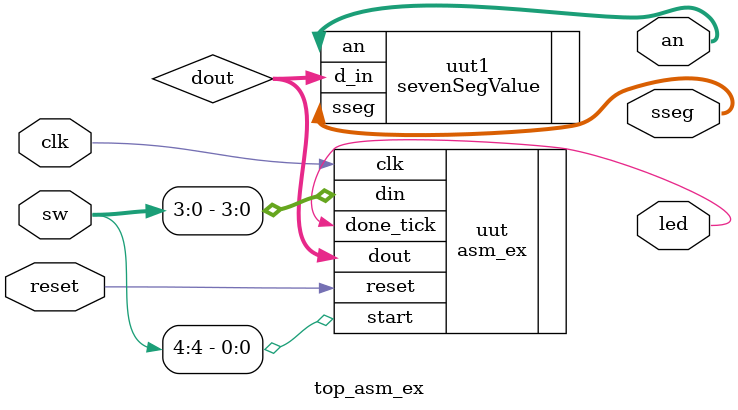
<source format=v>
`timescale 1ns / 1ps
module top_asm_ex(
	input reset, clk,
	input [4:0] sw,
	output [3:0] an,
	output [7:0] sseg,
	output [0:0] led
);

wire [6:0] dout;

asm_ex uut(
    .clk (clk),
	 .start (sw[4]),
	 .reset (reset),
	 .din (sw[3:0]),
	 .dout(dout),
	 .done_tick (led)
);

sevenSegValue uut1(
	.d_in(dout),
	.an(an),
	.sseg(sseg)
);
	
endmodule

</source>
